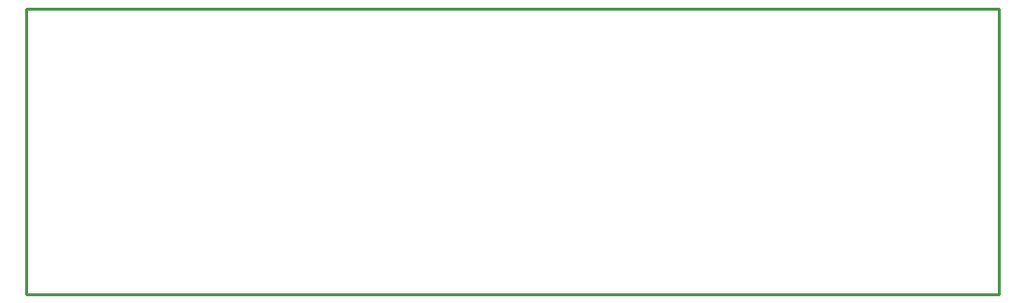
<source format=gko>
G04*
G04 #@! TF.GenerationSoftware,Altium Limited,Altium Designer,24.1.2 (44)*
G04*
G04 Layer_Color=16711935*
%FSTAX24Y24*%
%MOIN*%
G70*
G04*
G04 #@! TF.SameCoordinates,D42F5CEB-65A2-4495-9315-5EDE3D0C892D*
G04*
G04*
G04 #@! TF.FilePolarity,Positive*
G04*
G01*
G75*
%ADD11C,0.0100*%
D11*
X033465D01*
X0Y009843D02*
X033465D01*
Y0D02*
Y009843D01*
X0Y0D02*
Y009843D01*
M02*

</source>
